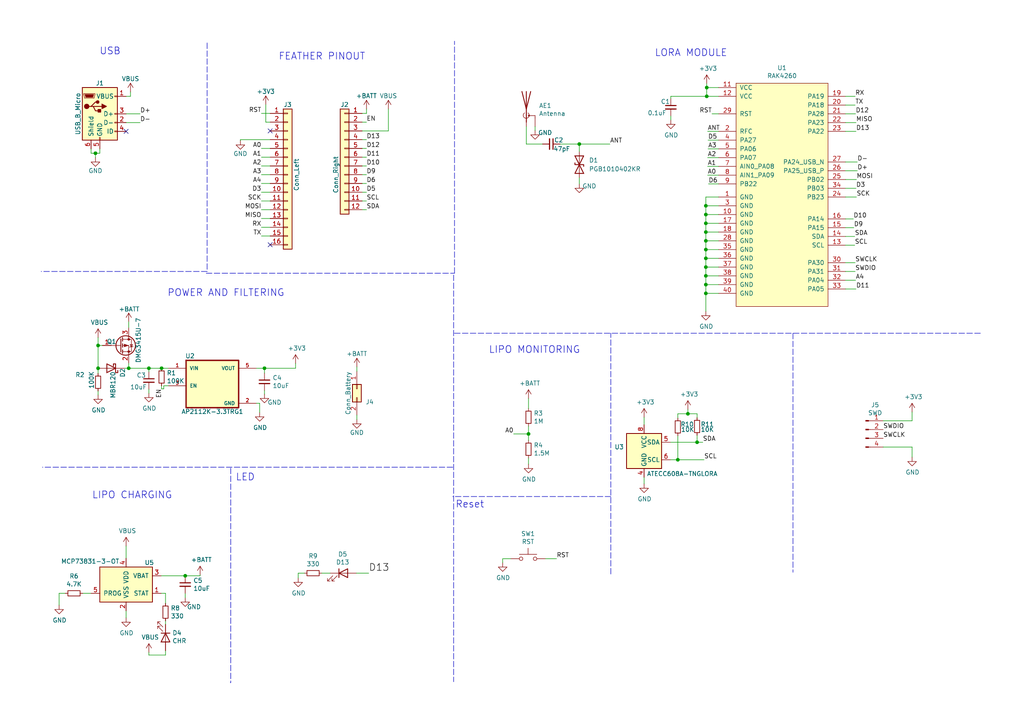
<source format=kicad_sch>
(kicad_sch (version 20211123) (generator eeschema)
  (paper "A4")
  (title_block (title "Bast WAN") (date "2020-09-11") (rev "2.0v") (company "Electronic Cats") (comment 3 "Eduardo Contreras") (comment 4 "Andres Sabas"))
  (lib_symbols
    (symbol "Bast_WAN-rescue:AP2112K-3.3TRG1-electroniccats" (pin_names (offset 1.016))
      (property "Reference" "U" (at -7.6708 8.6614 0))
      (property "Value" "AP2112K-3.3TRG1-electroniccats" (at -7.6454 -11.6586 0))
      (symbol "AP2112K-3.3TRG1-electroniccats_0_0"
        (rectangle (start -7.62 7.366) (end 7.62 -6.35) (stroke (width 0.4064)) (fill (type background)))
        (pin power_in line (at -12.7 5.08 0) (length 5.08) (name "VIN") (number "1"))
        (pin power_in line (at 12.7 -5.08 180) (length 5.08) (name "GND") (number "2"))
        (pin input line (at -12.7 0 0) (length 5.08) (name "EN") (number "3"))
        (pin power_in line (at 12.7 5.08 180) (length 5.08) (name "VOUT") (number "5"))
      )
    )
    (symbol "Bast_WAN-rescue:ATECC608A-SSHDA-Security"
      (property "Reference" "U" (at 3.81 6.35 0))
      (property "Value" "ATECC608A-SSHDA-Security" (at 10.16 -6.35 0))
      (symbol "ATECC608A-SSHDA-Security_0_1"
        (rectangle (start -5.08 5.08) (end 5.08 -5.08) (stroke (width 0.254)) (fill (type background)))
      )
      (symbol "ATECC608A-SSHDA-Security_1_1"
        (pin power_in line (at 0 -7.62 90) (length 2.54) (name "GND") (number "4"))
        (pin bidirectional line (at 7.62 2.54 180) (length 2.54) (name "SDA") (number "5"))
        (pin input line (at 7.62 -2.54 180) (length 2.54) (name "SCL") (number "6"))
        (pin power_in line (at 0 7.62 270) (length 2.54) (name "VCC") (number "8"))
      )
    )
    (symbol "Bast_WAN-rescue:DMG2301L-Transistor_FET" (pin_names (offset 0) hide)
      (property "Reference" "Q" (at 5.08 1.905 0))
      (property "Value" "DMG2301L-Transistor_FET" (at 5.08 0 0))
      (symbol "DMG2301L-Transistor_FET_0_1"
        (polyline (pts (xy -2.54 0) (xy 0.254 0)))
        (polyline (pts (xy 0.762 -1.778) (xy 2.54 -1.778)))
        (polyline (pts (xy 0.762 -1.27) (xy 0.762 -2.286)) (stroke (width 0.254)))
        (polyline (pts (xy 0.762 0) (xy 2.54 0)))
        (polyline (pts (xy 0.762 0.508) (xy 0.762 -0.508)) (stroke (width 0.254)))
        (polyline (pts (xy 0.762 1.778) (xy 2.54 1.778)))
        (polyline (pts (xy 0.762 2.286) (xy 0.762 1.27)) (stroke (width 0.254)))
        (polyline (pts (xy 2.54 -1.778) (xy 2.54 -2.54)))
        (polyline (pts (xy 2.54 -1.778) (xy 2.54 0)))
        (polyline (pts (xy 2.54 2.54) (xy 2.54 1.778)))
        (polyline (pts (xy 0.254 1.905) (xy 0.254 -1.905) (xy 0.254 -1.905)) (stroke (width 0.254)))
        (polyline (pts (xy 2.286 0) (xy 1.27 -0.381) (xy 1.27 0.381) (xy 2.286 0)) (fill (type outline)))
        (polyline (pts (xy 2.54 -1.778) (xy 3.302 -1.778) (xy 3.302 1.778) (xy 2.54 1.778)))
        (polyline (pts (xy 2.794 -0.508) (xy 2.921 -0.381) (xy 3.683 -0.381) (xy 3.81 -0.254)))
        (polyline (pts (xy 3.302 -0.381) (xy 2.921 0.254) (xy 3.683 0.254) (xy 3.302 -0.381)))
        (circle (center 1.651 0) (radius 2.8194) (stroke (width 0.254)))
        (circle (center 2.54 -1.778) (radius 0.2794) (fill (type outline)))
        (circle (center 2.54 1.778) (radius 0.2794) (fill (type outline)))
      )
      (symbol "DMG2301L-Transistor_FET_1_1"
        (pin input line (at -5.08 0 0) (length 2.54) (name "G") (number "1"))
        (pin passive line (at 2.54 -5.08 90) (length 2.54) (name "S") (number "2"))
        (pin passive line (at 2.54 5.08 270) (length 2.54) (name "D") (number "3"))
      )
    )
    (symbol "Bast_WAN-rescue:RAK4260-electroniccats" (pin_names (offset 1.016))
      (property "Reference" "U" (at 11.43 6.35 0))
      (property "Value" "RAK4260-electroniccats" (at -7.62 6.35 0))
      (symbol "RAK4260-electroniccats_0_1"
        (rectangle (start -12.7 5.08) (end 13.97 -59.69) (fill (type background)))
      )
      (symbol "RAK4260-electroniccats_1_1"
        (pin input line (at -17.78 -27.94 0) (length 5.08) (name "GND") (number "1"))
        (pin input line (at -17.78 -33.02 0) (length 5.08) (name "GND") (number "10"))
        (pin input line (at -17.78 3.81 0) (length 5.08) (name "VCC") (number "11"))
        (pin input line (at -17.78 1.27 0) (length 5.08) (name "VCC") (number "12"))
        (pin input line (at 19.05 -41.91 180) (length 5.08) (name "SCL") (number "13"))
        (pin input line (at 19.05 -39.37 180) (length 5.08) (name "SDA") (number "14"))
        (pin input line (at 19.05 -36.83 180) (length 5.08) (name "PA15") (number "15"))
        (pin input line (at 19.05 -34.29 180) (length 5.08) (name "PA14") (number "16"))
        (pin input line (at -17.78 -35.56 0) (length 5.08) (name "GND") (number "17"))
        (pin input line (at -17.78 -38.1 0) (length 5.08) (name "GND") (number "18"))
        (pin input line (at 19.05 1.27 180) (length 5.08) (name "PA19") (number "19"))
        (pin input line (at -17.78 -8.89 0) (length 5.08) (name "RFC") (number "2"))
        (pin input line (at 19.05 -1.27 180) (length 5.08) (name "PA18") (number "20"))
        (pin input line (at 19.05 -3.81 180) (length 5.08) (name "PA28") (number "21"))
        (pin input line (at 19.05 -6.35 180) (length 5.08) (name "PA23") (number "22"))
        (pin input line (at 19.05 -8.89 180) (length 5.08) (name "PA22") (number "23"))
        (pin input line (at 19.05 -27.94 180) (length 5.08) (name "PB23") (number "24"))
        (pin input line (at 19.05 -22.86 180) (length 5.08) (name "PB02") (number "25"))
        (pin input line (at 19.05 -20.32 180) (length 5.08) (name "PA25_USB_P") (number "26"))
        (pin input line (at 19.05 -17.78 180) (length 5.08) (name "PA24_USB_N") (number "27"))
        (pin input line (at -17.78 -40.64 0) (length 5.08) (name "GND") (number "28"))
        (pin input line (at -17.78 -3.81 0) (length 5.08) (name "RST") (number "29"))
        (pin input line (at -17.78 -30.48 0) (length 5.08) (name "GND") (number "3"))
        (pin input line (at 19.05 -46.99 180) (length 5.08) (name "PA30") (number "30"))
        (pin input line (at 19.05 -49.53 180) (length 5.08) (name "PA31") (number "31"))
        (pin input line (at 19.05 -52.07 180) (length 5.08) (name "PA04") (number "32"))
        (pin input line (at 19.05 -54.61 180) (length 5.08) (name "PA05") (number "33"))
        (pin input line (at 19.05 -25.4 180) (length 5.08) (name "PB03") (number "34"))
        (pin input line (at -17.78 -43.18 0) (length 5.08) (name "GND") (number "35"))
        (pin input line (at -17.78 -45.72 0) (length 5.08) (name "GND") (number "36"))
        (pin input line (at -17.78 -48.26 0) (length 5.08) (name "GND") (number "37"))
        (pin input line (at -17.78 -50.8 0) (length 5.08) (name "GND") (number "38"))
        (pin input line (at -17.78 -53.34 0) (length 5.08) (name "GND") (number "39"))
        (pin input line (at -17.78 -11.43 0) (length 5.08) (name "PA27") (number "4"))
        (pin input line (at -17.78 -55.88 0) (length 5.08) (name "GND") (number "40"))
        (pin input line (at -17.78 -13.97 0) (length 5.08) (name "PA06") (number "5"))
        (pin input line (at -17.78 -16.51 0) (length 5.08) (name "PA07") (number "6"))
        (pin input line (at -17.78 -19.05 0) (length 5.08) (name "AIN0_PA08") (number "7"))
        (pin input line (at -17.78 -21.59 0) (length 5.08) (name "AIN1_PA09") (number "8"))
        (pin input line (at -17.78 -24.13 0) (length 5.08) (name "PB22") (number "9"))
      )
    )
    (symbol "Battery_Management:MCP73831-3-OT" (pin_names (offset 1.016))
      (property "Reference" "U" (at -7.62 6.35 0))
      (property "Value" "MCP73831-3-OT" (at 1.27 6.35 0))
      (symbol "MCP73831-3-OT_0_1"
        (rectangle (start -7.62 5.08) (end 7.62 -5.08) (stroke (width 0.254)) (fill (type background)))
      )
      (symbol "MCP73831-3-OT_1_1"
        (pin output line (at 10.16 -2.54 180) (length 2.54) (name "STAT") (number "1"))
        (pin power_in line (at 0 -7.62 90) (length 2.54) (name "VSS") (number "2"))
        (pin power_out line (at 10.16 2.54 180) (length 2.54) (name "VBAT") (number "3"))
        (pin power_in line (at 0 7.62 270) (length 2.54) (name "VDD") (number "4"))
        (pin input line (at -10.16 -2.54 0) (length 2.54) (name "PROG") (number "5"))
      )
    )
    (symbol "Connector:Conn_01x04_Male" (pin_names (offset 1.016) hide)
      (property "Reference" "J" (at 0 5.08 0))
      (property "Value" "Conn_01x04_Male" (at 0 -7.62 0))
      (symbol "Conn_01x04_Male_1_1"
        (polyline (pts (xy 1.27 -5.08) (xy 0.8636 -5.08)) (stroke (width 0.1524)))
        (polyline (pts (xy 1.27 -2.54) (xy 0.8636 -2.54)) (stroke (width 0.1524)))
        (polyline (pts (xy 1.27 0) (xy 0.8636 0)) (stroke (width 0.1524)))
        (polyline (pts (xy 1.27 2.54) (xy 0.8636 2.54)) (stroke (width 0.1524)))
        (rectangle (start 0.8636 -4.953) (end 0 -5.207) (stroke (width 0.1524)) (fill (type outline)))
        (rectangle (start 0.8636 -2.413) (end 0 -2.667) (stroke (width 0.1524)) (fill (type outline)))
        (rectangle (start 0.8636 0.127) (end 0 -0.127) (stroke (width 0.1524)) (fill (type outline)))
        (rectangle (start 0.8636 2.667) (end 0 2.413) (stroke (width 0.1524)) (fill (type outline)))
        (pin passive line (at 5.08 2.54 180) (length 3.81) (name "Pin_1") (number "1"))
        (pin passive line (at 5.08 0 180) (length 3.81) (name "Pin_2") (number "2"))
        (pin passive line (at 5.08 -2.54 180) (length 3.81) (name "Pin_3") (number "3"))
        (pin passive line (at 5.08 -5.08 180) (length 3.81) (name "Pin_4") (number "4"))
      )
    )
    (symbol "Connector:USB_B_Micro" (pin_names (offset 1.016))
      (property "Reference" "J" (at -5.08 11.43 0))
      (property "Value" "USB_B_Micro" (at -5.08 8.89 0))
      (symbol "USB_B_Micro_0_1"
        (rectangle (start -5.08 -7.62) (end 5.08 7.62) (stroke (width 0.254)) (fill (type background)))
        (circle (center -3.81 2.159) (radius 0.635) (stroke (width 0.254)) (fill (type outline)))
        (circle (center -0.635 3.429) (radius 0.381) (stroke (width 0.254)) (fill (type outline)))
        (rectangle (start -0.127 -7.62) (end 0.127 -6.858))
        (polyline (pts (xy -1.905 2.159) (xy 0.635 2.159)) (stroke (width 0.254)))
        (polyline (pts (xy -3.175 2.159) (xy -2.54 2.159) (xy -1.27 3.429) (xy -0.635 3.429)) (stroke (width 0.254)))
        (polyline (pts (xy -2.54 2.159) (xy -1.905 2.159) (xy -1.27 0.889) (xy 0 0.889)) (stroke (width 0.254)))
        (polyline (pts (xy 0.635 2.794) (xy 0.635 1.524) (xy 1.905 2.159) (xy 0.635 2.794)) (stroke (width 0.254)) (fill (type outline)))
        (polyline (pts (xy -4.318 5.588) (xy -1.778 5.588) (xy -2.032 4.826) (xy -4.064 4.826) (xy -4.318 5.588)) (fill (type outline)))
        (polyline (pts (xy -4.699 5.842) (xy -4.699 5.588) (xy -4.445 4.826) (xy -4.445 4.572) (xy -1.651 4.572) (xy -1.651 4.826) (xy -1.397 5.588) (xy -1.397 5.842) (xy -4.699 5.842)))
        (rectangle (start 0.254 1.27) (end -0.508 0.508) (stroke (width 0.254)) (fill (type outline)))
        (rectangle (start 5.08 -5.207) (end 4.318 -4.953))
        (rectangle (start 5.08 -2.667) (end 4.318 -2.413))
        (rectangle (start 5.08 -0.127) (end 4.318 0.127))
        (rectangle (start 5.08 4.953) (end 4.318 5.207))
      )
      (symbol "USB_B_Micro_1_1"
        (pin power_out line (at 7.62 5.08 180) (length 2.54) (name "VBUS") (number "1"))
        (pin bidirectional line (at 7.62 -2.54 180) (length 2.54) (name "D-") (number "2"))
        (pin bidirectional line (at 7.62 0 180) (length 2.54) (name "D+") (number "3"))
        (pin passive line (at 7.62 -5.08 180) (length 2.54) (name "ID") (number "4"))
        (pin power_out line (at 0 -10.16 90) (length 2.54) (name "GND") (number "5"))
        (pin passive line (at -2.54 -10.16 90) (length 2.54) (name "Shield") (number "6"))
      )
    )
    (symbol "Connector_Generic:Conn_01x12" (pin_names (offset 1.016) hide)
      (property "Reference" "J" (at 0 15.24 0))
      (property "Value" "Conn_01x12" (at 0 -17.78 0))
      (symbol "Conn_01x12_1_1"
        (rectangle (start -1.27 -15.113) (end 0 -15.367) (stroke (width 0.1524)))
        (rectangle (start -1.27 -12.573) (end 0 -12.827) (stroke (width 0.1524)))
        (rectangle (start -1.27 -10.033) (end 0 -10.287) (stroke (width 0.1524)))
        (rectangle (start -1.27 -7.493) (end 0 -7.747) (stroke (width 0.1524)))
        (rectangle (start -1.27 -4.953) (end 0 -5.207) (stroke (width 0.1524)))
        (rectangle (start -1.27 -2.413) (end 0 -2.667) (stroke (width 0.1524)))
        (rectangle (start -1.27 0.127) (end 0 -0.127) (stroke (width 0.1524)))
        (rectangle (start -1.27 2.667) (end 0 2.413) (stroke (width 0.1524)))
        (rectangle (start -1.27 5.207) (end 0 4.953) (stroke (width 0.1524)))
        (rectangle (start -1.27 7.747) (end 0 7.493) (stroke (width 0.1524)))
        (rectangle (start -1.27 10.287) (end 0 10.033) (stroke (width 0.1524)))
        (rectangle (start -1.27 12.827) (end 0 12.573) (stroke (width 0.1524)))
        (rectangle (start -1.27 13.97) (end 1.27 -16.51) (stroke (width 0.254)) (fill (type background)))
        (pin passive line (at -5.08 12.7 0) (length 3.81) (name "Pin_1") (number "1"))
        (pin passive line (at -5.08 -10.16 0) (length 3.81) (name "Pin_10") (number "10"))
        (pin passive line (at -5.08 -12.7 0) (length 3.81) (name "Pin_11") (number "11"))
        (pin passive line (at -5.08 -15.24 0) (length 3.81) (name "Pin_12") (number "12"))
        (pin passive line (at -5.08 10.16 0) (length 3.81) (name "Pin_2") (number "2"))
        (pin passive line (at -5.08 7.62 0) (length 3.81) (name "Pin_3") (number "3"))
        (pin passive line (at -5.08 5.08 0) (length 3.81) (name "Pin_4") (number "4"))
        (pin passive line (at -5.08 2.54 0) (length 3.81) (name "Pin_5") (number "5"))
        (pin passive line (at -5.08 0 0) (length 3.81) (name "Pin_6") (number "6"))
        (pin passive line (at -5.08 -2.54 0) (length 3.81) (name "Pin_7") (number "7"))
        (pin passive line (at -5.08 -5.08 0) (length 3.81) (name "Pin_8") (number "8"))
        (pin passive line (at -5.08 -7.62 0) (length 3.81) (name "Pin_9") (number "9"))
      )
    )
    (symbol "Connector_Generic:Conn_01x16" (pin_names (offset 1.016) hide)
      (property "Reference" "J" (at 0 20.32 0))
      (property "Value" "Conn_01x16" (at 0 -22.86 0))
      (symbol "Conn_01x16_1_1"
        (rectangle (start -1.27 -20.193) (end 0 -20.447) (stroke (width 0.1524)))
        (rectangle (start -1.27 -17.653) (end 0 -17.907) (stroke (width 0.1524)))
        (rectangle (start -1.27 -15.113) (end 0 -15.367) (stroke (width 0.1524)))
        (rectangle (start -1.27 -12.573) (end 0 -12.827) (stroke (width 0.1524)))
        (rectangle (start -1.27 -10.033) (end 0 -10.287) (stroke (width 0.1524)))
        (rectangle (start -1.27 -7.493) (end 0 -7.747) (stroke (width 0.1524)))
        (rectangle (start -1.27 -4.953) (end 0 -5.207) (stroke (width 0.1524)))
        (rectangle (start -1.27 -2.413) (end 0 -2.667) (stroke (width 0.1524)))
        (rectangle (start -1.27 0.127) (end 0 -0.127) (stroke (width 0.1524)))
        (rectangle (start -1.27 2.667) (end 0 2.413) (stroke (width 0.1524)))
        (rectangle (start -1.27 5.207) (end 0 4.953) (stroke (width 0.1524)))
        (rectangle (start -1.27 7.747) (end 0 7.493) (stroke (width 0.1524)))
        (rectangle (start -1.27 10.287) (end 0 10.033) (stroke (width 0.1524)))
        (rectangle (start -1.27 12.827) (end 0 12.573) (stroke (width 0.1524)))
        (rectangle (start -1.27 15.367) (end 0 15.113) (stroke (width 0.1524)))
        (rectangle (start -1.27 17.907) (end 0 17.653) (stroke (width 0.1524)))
        (rectangle (start -1.27 19.05) (end 1.27 -21.59) (stroke (width 0.254)) (fill (type background)))
        (pin passive line (at -5.08 17.78 0) (length 3.81) (name "Pin_1") (number "1"))
        (pin passive line (at -5.08 -5.08 0) (length 3.81) (name "Pin_10") (number "10"))
        (pin passive line (at -5.08 -7.62 0) (length 3.81) (name "Pin_11") (number "11"))
        (pin passive line (at -5.08 -10.16 0) (length 3.81) (name "Pin_12") (number "12"))
        (pin passive line (at -5.08 -12.7 0) (length 3.81) (name "Pin_13") (number "13"))
        (pin passive line (at -5.08 -15.24 0) (length 3.81) (name "Pin_14") (number "14"))
        (pin passive line (at -5.08 -17.78 0) (length 3.81) (name "Pin_15") (number "15"))
        (pin passive line (at -5.08 -20.32 0) (length 3.81) (name "Pin_16") (number "16"))
        (pin passive line (at -5.08 15.24 0) (length 3.81) (name "Pin_2") (number "2"))
        (pin passive line (at -5.08 12.7 0) (length 3.81) (name "Pin_3") (number "3"))
        (pin passive line (at -5.08 10.16 0) (length 3.81) (name "Pin_4") (number "4"))
        (pin passive line (at -5.08 7.62 0) (length 3.81) (name "Pin_5") (number "5"))
        (pin passive line (at -5.08 5.08 0) (length 3.81) (name "Pin_6") (number "6"))
        (pin passive line (at -5.08 2.54 0) (length 3.81) (name "Pin_7") (number "7"))
        (pin passive line (at -5.08 0 0) (length 3.81) (name "Pin_8") (number "8"))
        (pin passive line (at -5.08 -2.54 0) (length 3.81) (name "Pin_9") (number "9"))
      )
    )
    (symbol "Connector_Generic:Conn_02x01" (pin_names (offset 1.016) hide)
      (property "Reference" "J" (at 1.27 2.54 0))
      (property "Value" "Conn_02x01" (at 1.27 -2.54 0))
      (symbol "Conn_02x01_1_1"
        (rectangle (start -1.27 0.127) (end 0 -0.127) (stroke (width 0.1524)))
        (rectangle (start -1.27 1.27) (end 3.81 -1.27) (stroke (width 0.254)) (fill (type background)))
        (rectangle (start 3.81 0.127) (end 2.54 -0.127) (stroke (width 0.1524)))
        (pin passive line (at -5.08 0 0) (length 3.81) (name "Pin_1") (number "1"))
        (pin passive line (at 7.62 0 180) (length 3.81) (name "Pin_2") (number "2"))
      )
    )
    (symbol "Device:Antenna_Shield" (pin_numbers hide) (pin_names (offset 1.016) hide)
      (property "Reference" "AE" (at -1.905 4.445 0))
      (property "Value" "Antenna_Shield" (at -1.905 2.54 0))
      (symbol "Antenna_Shield_0_1"
        (arc (start -0.508 -1.143) (mid -0.8429 -2.1194) (end 0 -2.667))
        (arc (start 0 -2.667) (mid 0.7989 -2.1052) (end 0.508 -1.143))
        (polyline (pts (xy 0 -2.54) (xy 0 0)))
        (polyline (pts (xy 0 5.08) (xy 0 -3.81)) (stroke (width 0.254)))
        (polyline (pts (xy 0.762 -1.905) (xy 2.54 -1.905)))
        (polyline (pts (xy 2.54 -2.54) (xy 2.54 -1.905)))
        (polyline (pts (xy 1.27 5.08) (xy 0 0) (xy -1.27 5.08)) (stroke (width 0.254)))
        (circle (center 0.762 -1.905) (radius 0.1778) (fill (type outline)))
      )
      (symbol "Antenna_Shield_1_1"
        (pin input line (at 0 -5.08 90) (length 2.54) (name "A") (number "1"))
        (pin input line (at 2.54 -5.08 90) (length 2.54) (name "Shield") (number "2"))
      )
    )
    (symbol "Device:C_Small" (pin_numbers hide) (pin_names (offset 0.254) hide)
      (property "Reference" "C" (at 0.254 1.778 0))
      (property "Value" "C_Small" (at 0.254 -2.032 0))
      (symbol "C_Small_0_1"
        (polyline (pts (xy -1.524 -0.508) (xy 1.524 -0.508)) (stroke (width 0.3302)))
        (polyline (pts (xy -1.524 0.508) (xy 1.524 0.508)) (stroke (width 0.3048)))
      )
      (symbol "C_Small_1_1"
        (pin passive line (at 0 2.54 270) (length 2.032) (name "~") (number "1"))
        (pin passive line (at 0 -2.54 90) (length 2.032) (name "~") (number "2"))
      )
    )
    (symbol "Device:LED" (pin_numbers hide) (pin_names (offset 1.016) hide)
      (property "Reference" "D" (at 0 2.54 0))
      (property "Value" "LED" (at 0 -2.54 0))
      (symbol "LED_0_1"
        (polyline (pts (xy -1.27 -1.27) (xy -1.27 1.27)) (stroke (width 0.254)))
        (polyline (pts (xy -1.27 0) (xy 1.27 0)))
        (polyline (pts (xy 1.27 -1.27) (xy 1.27 1.27) (xy -1.27 0) (xy 1.27 -1.27)) (stroke (width 0.254)))
        (polyline (pts (xy -3.048 -0.762) (xy -4.572 -2.286) (xy -3.81 -2.286) (xy -4.572 -2.286) (xy -4.572 -1.524)))
        (polyline (pts (xy -1.778 -0.762) (xy -3.302 -2.286) (xy -2.54 -2.286) (xy -3.302 -2.286) (xy -3.302 -1.524)))
      )
      (symbol "LED_1_1"
        (pin passive line (at -3.81 0 0) (length 2.54) (name "K") (number "1"))
        (pin passive line (at 3.81 0 180) (length 2.54) (name "A") (number "2"))
      )
    )
    (symbol "Device:R_Small" (pin_numbers hide) (pin_names (offset 0.254) hide)
      (property "Reference" "R" (at 0.762 0.508 0))
      (property "Value" "R_Small" (at 0.762 -1.016 0))
      (symbol "R_Small_0_1"
        (rectangle (start -0.762 1.778) (end 0.762 -1.778) (stroke (width 0.2032)))
      )
      (symbol "R_Small_1_1"
        (pin passive line (at 0 2.54 270) (length 0.762) (name "~") (number "1"))
        (pin passive line (at 0 -2.54 90) (length 0.762) (name "~") (number "2"))
      )
    )
    (symbol "Diode:1N62xxCA" (pin_numbers hide) (pin_names (offset 1.016) hide)
      (property "Reference" "D" (at 0 2.54 0))
      (property "Value" "1N62xxCA" (at 0 -2.54 0))
      (symbol "1N62xxCA_0_1"
        (polyline (pts (xy 1.27 0) (xy -1.27 0)))
        (polyline (pts (xy -2.54 -1.27) (xy 0 0) (xy -2.54 1.27) (xy -2.54 -1.27)) (stroke (width 0.254)))
        (polyline (pts (xy 0.508 1.27) (xy 0 1.27) (xy 0 -1.27) (xy -0.508 -1.27)) (stroke (width 0.254)))
        (polyline (pts (xy 2.54 1.27) (xy 2.54 -1.27) (xy 0 0) (xy 2.54 1.27)) (stroke (width 0.254)))
      )
      (symbol "1N62xxCA_1_1"
        (pin passive line (at -3.81 0 0) (length 2.54) (name "A1") (number "1"))
        (pin passive line (at 3.81 0 180) (length 2.54) (name "A2") (number "2"))
      )
    )
    (symbol "Diode:MBR340" (pin_numbers hide) (pin_names (offset 1.016) hide)
      (property "Reference" "D" (at 0 2.54 0))
      (property "Value" "MBR340" (at 0 -2.54 0))
      (symbol "MBR340_0_1"
        (polyline (pts (xy 1.27 0) (xy -1.27 0)))
        (polyline (pts (xy 1.27 1.27) (xy 1.27 -1.27) (xy -1.27 0) (xy 1.27 1.27)) (stroke (width 0.254)))
        (polyline (pts (xy -1.905 0.635) (xy -1.905 1.27) (xy -1.27 1.27) (xy -1.27 -1.27) (xy -0.635 -1.27) (xy -0.635 -0.635)) (stroke (width 0.254)))
      )
      (symbol "MBR340_1_1"
        (pin passive line (at -3.81 0 0) (length 2.54) (name "K") (number "1"))
        (pin passive line (at 3.81 0 180) (length 2.54) (name "A") (number "2"))
      )
    )
    (symbol "Switch:SW_Push" (pin_numbers hide) (pin_names (offset 1.016) hide)
      (property "Reference" "SW" (at 1.27 2.54 0))
      (property "Value" "SW_Push" (at 0 -1.524 0))
      (symbol "SW_Push_0_1"
        (circle (center -2.032 0) (radius 0.508))
        (polyline (pts (xy 0 1.27) (xy 0 3.048)))
        (polyline (pts (xy 2.54 1.27) (xy -2.54 1.27)))
        (circle (center 2.032 0) (radius 0.508))
        (pin passive line (at -5.08 0 0) (length 2.54) (name "1") (number "1"))
        (pin passive line (at 5.08 0 180) (length 2.54) (name "2") (number "2"))
      )
    )
    (symbol "power:+3.3V" (power) (pin_names (offset 0))
      (property "Value" "+3.3V" (at 0 3.556 0))
      (symbol "+3.3V_0_1"
        (polyline (pts (xy -0.762 1.27) (xy 0 2.54)))
        (polyline (pts (xy 0 0) (xy 0 2.54)))
        (polyline (pts (xy 0 2.54) (xy 0.762 1.27)))
      )
      (symbol "+3.3V_1_1"
        (pin power_in line (at 0 0 90) (length 0) hide (name "+3V3") (number "1"))
      )
    )
    (symbol "power:+3V3" (power) (pin_names (offset 0))
      (property "Value" "+3V3" (at 0 3.556 0))
      (symbol "+3V3_0_1"
        (polyline (pts (xy -0.762 1.27) (xy 0 2.54)))
        (polyline (pts (xy 0 0) (xy 0 2.54)))
        (polyline (pts (xy 0 2.54) (xy 0.762 1.27)))
      )
      (symbol "+3V3_1_1"
        (pin power_in line (at 0 0 90) (length 0) hide (name "+3V3") (number "1"))
      )
    )
    (symbol "power:+BATT" (power) (pin_names (offset 0))
      (property "Value" "+BATT" (at 0 3.556 0))
      (symbol "+BATT_0_1"
        (polyline (pts (xy -0.762 1.27) (xy 0 2.54)))
        (polyline (pts (xy 0 0) (xy 0 2.54)))
        (polyline (pts (xy 0 2.54) (xy 0.762 1.27)))
      )
      (symbol "+BATT_1_1"
        (pin power_in line (at 0 0 90) (length 0) hide (name "+BATT") (number "1"))
      )
    )
    (symbol "power:GND" (power) (pin_names (offset 0))
      (property "Value" "GND" (at 0 -3.81 0))
      (symbol "GND_0_1"
        (polyline (pts (xy 0 0) (xy 0 -1.27) (xy 1.27 -1.27) (xy 0 -2.54) (xy -1.27 -1.27) (xy 0 -1.27)))
      )
      (symbol "GND_1_1"
        (pin power_in line (at 0 0 270) (length 0) hide (name "GND") (number "1"))
      )
    )
    (symbol "power:VBUS" (power) (pin_names (offset 0))
      (property "Value" "VBUS" (at 0 3.81 0))
      (symbol "VBUS_0_1"
        (polyline (pts (xy -0.762 1.27) (xy 0 2.54)))
        (polyline (pts (xy 0 0) (xy 0 2.54)))
        (polyline (pts (xy 0 2.54) (xy 0.762 1.27)))
      )
      (symbol "VBUS_1_1"
        (pin power_in line (at 0 0 90) (length 0) hide (name "VBUS") (number "1"))
      )
    )
  )
  (junction (at 153.289 125.857))
  (junction (at 204.724 59.69))
  (junction (at 204.724 77.47))
  (junction (at 204.724 72.39))
  (junction (at 168.021 41.783))
  (junction (at 53.721 167.005))
  (junction (at 37.338 106.807))
  (junction (at 199.517 120.015))
  (junction (at 27.686 44.45))
  (junction (at 196.596 133.35))
  (junction (at 28.448 106.807))
  (junction (at 204.724 74.93))
  (junction (at 43.18 106.807))
  (junction (at 76.708 106.807))
  (junction (at 204.978 27.94))
  (junction (at 204.724 82.55))
  (junction (at 28.448 100.203))
  (junction (at 204.724 64.77))
  (junction (at 204.724 80.01))
  (junction (at 204.724 69.85))
  (junction (at 204.724 85.09))
  (junction (at 204.978 25.4))
  (junction (at 204.724 62.23))
  (junction (at 46.863 106.807))
  (junction (at 202.184 128.27))
  (junction (at 204.724 67.31))
  (no_connect (at 36.576 38.1))
  (no_connect (at 78.359 37.973))
  (no_connect (at 78.359 70.993))
  (wire (pts (xy 105.029 58.293) (xy 106.299 58.293)))
  (wire (pts (xy 208.407 45.72) (xy 205.232 45.72)))
  (wire (pts (xy 208.407 69.85) (xy 204.724 69.85)))
  (polyline (pts (xy 131.318 135.509) (xy 12.319 135.509)))
  (wire (pts (xy 245.237 63.5) (xy 247.523 63.5)))
  (wire (pts (xy 106.299 32.893) (xy 106.299 31.623)))
  (wire (pts (xy 208.407 50.8) (xy 205.232 50.8)))
  (wire (pts (xy 204.724 72.39) (xy 204.724 74.93)))
  (wire (pts (xy 78.359 63.373) (xy 75.819 63.373)))
  (wire (pts (xy 148.082 162.052) (xy 145.796 162.052)))
  (wire (pts (xy 78.359 58.293) (xy 75.819 58.293)))
  (wire (pts (xy 204.978 25.4) (xy 204.978 24.257)))
  (polyline (pts (xy 177.165 144.018) (xy 131.318 144.018)))
  (wire (pts (xy 208.407 38.1) (xy 205.232 38.1)))
  (wire (pts (xy 208.407 25.4) (xy 204.978 25.4)))
  (wire (pts (xy 29.718 100.203) (xy 28.448 100.203)))
  (wire (pts (xy 245.237 49.53) (xy 248.666 49.53)))
  (wire (pts (xy 204.724 77.47) (xy 204.724 80.01)))
  (wire (pts (xy 204.724 62.23) (xy 204.724 64.77)))
  (wire (pts (xy 76.708 113.284) (xy 76.708 114.3)))
  (wire (pts (xy 245.237 35.56) (xy 248.285 35.56)))
  (wire (pts (xy 36.576 177.165) (xy 36.576 179.197)))
  (wire (pts (xy 196.596 133.35) (xy 204.216 133.35)))
  (wire (pts (xy 204.724 82.55) (xy 204.724 85.09)))
  (wire (pts (xy 26.416 44.45) (xy 26.416 43.18)))
  (wire (pts (xy 28.448 106.807) (xy 28.448 108.331)))
  (wire (pts (xy 85.725 106.807) (xy 85.725 105.41)))
  (wire (pts (xy 245.237 78.74) (xy 248.031 78.74)))
  (wire (pts (xy 78.359 35.433) (xy 77.089 35.433)))
  (wire (pts (xy 112.649 31.623) (xy 112.649 37.973)))
  (wire (pts (xy 245.237 33.02) (xy 248.158 33.02)))
  (wire (pts (xy 78.359 65.913) (xy 75.819 65.913)))
  (wire (pts (xy 78.359 48.133) (xy 75.819 48.133)))
  (wire (pts (xy 153.289 132.842) (xy 153.289 134.62)))
  (wire (pts (xy 105.029 53.213) (xy 106.299 53.213)))
  (wire (pts (xy 202.184 128.27) (xy 203.835 128.27)))
  (wire (pts (xy 37.338 95.123) (xy 37.338 93.345)))
  (wire (pts (xy 103.378 166.243) (xy 106.934 166.243)))
  (wire (pts (xy 264.541 122.047) (xy 256.159 122.047)))
  (wire (pts (xy 78.359 55.753) (xy 75.819 55.753)))
  (wire (pts (xy 158.242 162.052) (xy 161.417 162.052)))
  (wire (pts (xy 86.487 166.243) (xy 86.487 167.64)))
  (wire (pts (xy 194.437 128.27) (xy 202.184 128.27)))
  (wire (pts (xy 194.437 133.35) (xy 196.596 133.35)))
  (wire (pts (xy 264.541 132.588) (xy 264.541 129.667)))
  (wire (pts (xy 78.359 45.593) (xy 75.819 45.593)))
  (wire (pts (xy 27.686 44.45) (xy 26.416 44.45)))
  (wire (pts (xy 208.407 72.39) (xy 204.724 72.39)))
  (wire (pts (xy 245.237 66.04) (xy 247.65 66.04)))
  (wire (pts (xy 168.021 51.562) (xy 168.021 53.34)))
  (wire (pts (xy 168.021 41.783) (xy 176.911 41.783)))
  (wire (pts (xy 58.039 167.005) (xy 58.039 166.751)))
  (wire (pts (xy 74.295 116.967) (xy 75.311 116.967)))
  (wire (pts (xy 208.407 62.23) (xy 204.724 62.23)))
  (wire (pts (xy 208.407 80.01) (xy 204.724 80.01)))
  (wire (pts (xy 43.18 107.823) (xy 43.18 106.807)))
  (wire (pts (xy 152.654 36.703) (xy 152.654 41.783)))
  (wire (pts (xy 77.089 30.353) (xy 77.089 35.433)))
  (wire (pts (xy 245.237 38.1) (xy 248.285 38.1)))
  (wire (pts (xy 105.029 37.973) (xy 112.649 37.973)))
  (wire (pts (xy 47.498 111.887) (xy 48.895 111.887)))
  (wire (pts (xy 46.736 167.005) (xy 53.721 167.005)))
  (wire (pts (xy 37.338 106.807) (xy 36.068 106.807)))
  (wire (pts (xy 78.359 50.673) (xy 75.819 50.673)))
  (wire (pts (xy 53.721 172.085) (xy 53.721 173.355)))
  (wire (pts (xy 36.576 27.94) (xy 37.846 27.94)))
  (wire (pts (xy 152.654 41.783) (xy 157.353 41.783)))
  (wire (pts (xy 105.029 43.053) (xy 106.299 43.053)))
  (wire (pts (xy 48.006 181.102) (xy 48.006 180.086)))
  (wire (pts (xy 48.006 189.992) (xy 43.18 189.992)))
  (wire (pts (xy 88.265 166.243) (xy 86.487 166.243)))
  (wire (pts (xy 43.18 106.807) (xy 46.863 106.807)))
  (wire (pts (xy 46.736 172.085) (xy 48.006 172.085)))
  (wire (pts (xy 153.289 127.762) (xy 153.289 125.857)))
  (wire (pts (xy 204.724 59.69) (xy 204.724 62.23)))
  (wire (pts (xy 199.517 120.015) (xy 196.596 120.015)))
  (wire (pts (xy 196.596 120.015) (xy 196.596 121.285)))
  (wire (pts (xy 27.686 44.45) (xy 27.686 45.72)))
  (wire (pts (xy 245.237 83.82) (xy 248.285 83.82)))
  (wire (pts (xy 78.359 43.053) (xy 75.819 43.053)))
  (wire (pts (xy 208.407 64.77) (xy 204.724 64.77)))
  (wire (pts (xy 264.541 129.667) (xy 256.159 129.667)))
  (wire (pts (xy 105.029 48.133) (xy 106.299 48.133)))
  (wire (pts (xy 245.237 27.94) (xy 248.031 27.94)))
  (wire (pts (xy 208.407 82.55) (xy 204.724 82.55)))
  (wire (pts (xy 69.723 40.513) (xy 78.359 40.513)))
  (wire (pts (xy 204.724 64.77) (xy 204.724 67.31)))
  (wire (pts (xy 105.029 45.593) (xy 106.299 45.593)))
  (wire (pts (xy 208.407 33.02) (xy 206.502 33.02)))
  (polyline (pts (xy 66.929 197.993) (xy 66.802 197.993)))
  (wire (pts (xy 47.498 111.887) (xy 47.498 112.776)))
  (wire (pts (xy 28.448 100.203) (xy 28.448 97.917)))
  (wire (pts (xy 202.184 120.015) (xy 199.517 120.015)))
  (wire (pts (xy 186.817 138.43) (xy 186.817 140.335)))
  (wire (pts (xy 28.956 43.18) (xy 28.956 44.45)))
  (wire (pts (xy 202.184 126.238) (xy 202.184 128.27)))
  (wire (pts (xy 204.724 85.09) (xy 204.724 90.297)))
  (wire (pts (xy 69.723 40.513) (xy 69.723 40.767)))
  (wire (pts (xy 208.407 57.15) (xy 204.724 57.15)))
  (wire (pts (xy 43.18 106.807) (xy 37.338 106.807)))
  (wire (pts (xy 47.498 112.776) (xy 46.863 112.776)))
  (wire (pts (xy 245.237 57.15) (xy 248.412 57.15)))
  (wire (pts (xy 208.407 53.34) (xy 205.486 53.34)))
  (wire (pts (xy 245.237 52.07) (xy 248.412 52.07)))
  (wire (pts (xy 78.359 32.893) (xy 75.819 32.893)))
  (wire (pts (xy 105.029 60.833) (xy 106.299 60.833)))
  (polyline (pts (xy 131.826 79.248) (xy 131.826 11.938)))
  (wire (pts (xy 43.18 112.903) (xy 43.18 114.046)))
  (wire (pts (xy 18.923 172.085) (xy 17.145 172.085)))
  (wire (pts (xy 208.407 27.94) (xy 204.978 27.94)))
  (wire (pts (xy 103.505 120.396) (xy 103.505 121.666)))
  (wire (pts (xy 245.237 54.61) (xy 248.285 54.61)))
  (wire (pts (xy 17.145 172.085) (xy 17.145 175.514)))
  (wire (pts (xy 28.956 44.45) (xy 27.686 44.45)))
  (wire (pts (xy 202.184 121.158) (xy 202.184 120.015)))
  (wire (pts (xy 153.289 118.491) (xy 153.289 115.57)))
  (wire (pts (xy 153.289 125.857) (xy 153.289 123.571)))
  (wire (pts (xy 245.237 76.2) (xy 248.031 76.2)))
  (wire (pts (xy 74.295 106.807) (xy 76.708 106.807)))
  (wire (pts (xy 78.359 60.833) (xy 75.819 60.833)))
  (wire (pts (xy 26.416 172.085) (xy 24.003 172.085)))
  (wire (pts (xy 105.029 35.433) (xy 106.299 35.433)))
  (polyline (pts (xy 177.165 166.497) (xy 177.165 96.647)))
  (wire (pts (xy 43.18 189.992) (xy 43.18 189.23)))
  (wire (pts (xy 204.724 67.31) (xy 204.724 69.85)))
  (wire (pts (xy 204.724 69.85) (xy 204.724 72.39)))
  (wire (pts (xy 36.576 161.925) (xy 36.576 158.369)))
  (wire (pts (xy 196.596 126.365) (xy 196.596 133.35)))
  (wire (pts (xy 36.576 35.56) (xy 40.64 35.56)))
  (wire (pts (xy 168.021 43.942) (xy 168.021 41.783)))
  (wire (pts (xy 48.006 172.085) (xy 48.006 175.006)))
  (wire (pts (xy 28.448 106.807) (xy 28.448 100.203)))
  (wire (pts (xy 37.338 106.807) (xy 37.338 105.283)))
  (wire (pts (xy 245.237 68.58) (xy 247.904 68.58)))
  (wire (pts (xy 75.311 116.967) (xy 75.311 119.634)))
  (wire (pts (xy 208.407 67.31) (xy 204.724 67.31)))
  (wire (pts (xy 245.237 71.12) (xy 247.904 71.12)))
  (wire (pts (xy 48.006 188.722) (xy 48.006 189.992)))
  (polyline (pts (xy 59.817 79.248) (xy 131.826 79.248)))
  (wire (pts (xy 36.576 33.02) (xy 40.64 33.02)))
  (wire (pts (xy 204.724 80.01) (xy 204.724 82.55)))
  (wire (pts (xy 264.541 119.507) (xy 264.541 122.047)))
  (wire (pts (xy 46.863 106.807) (xy 48.895 106.807)))
  (wire (pts (xy 105.029 55.753) (xy 106.299 55.753)))
  (wire (pts (xy 105.029 32.893) (xy 106.299 32.893)))
  (polyline (pts (xy 60.071 78.74) (xy 11.938 78.74)))
  (wire (pts (xy 78.359 68.453) (xy 75.819 68.453)))
  (polyline (pts (xy 66.929 135.763) (xy 66.929 197.993)))
  (wire (pts (xy 208.407 77.47) (xy 204.724 77.47)))
  (wire (pts (xy 194.564 27.94) (xy 194.564 28.575)))
  (wire (pts (xy 53.721 167.005) (xy 58.039 167.005)))
  (wire (pts (xy 162.433 41.783) (xy 168.021 41.783)))
  (wire (pts (xy 199.517 120.015) (xy 199.517 118.745)))
  (wire (pts (xy 208.407 74.93) (xy 204.724 74.93)))
  (wire (pts (xy 46.863 112.776) (xy 46.863 111.887)))
  (wire (pts (xy 103.505 107.696) (xy 103.505 106.426)))
  (polyline (pts (xy 284.353 96.647) (xy 131.572 96.647)))
  (wire (pts (xy 204.978 27.94) (xy 204.978 25.4)))
  (wire (pts (xy 105.029 40.513) (xy 106.299 40.513)))
  (wire (pts (xy 76.708 106.807) (xy 85.725 106.807)))
  (wire (pts (xy 245.237 46.99) (xy 248.666 46.99)))
  (wire (pts (xy 204.724 74.93) (xy 204.724 77.47)))
  (wire (pts (xy 145.796 162.052) (xy 145.796 163.195)))
  (wire (pts (xy 208.407 40.64) (xy 205.359 40.64)))
  (wire (pts (xy 155.194 36.703) (xy 155.194 37.846)))
  (wire (pts (xy 105.029 50.673) (xy 106.299 50.673)))
  (wire (pts (xy 37.846 27.94) (xy 37.846 26.67)))
  (wire (pts (xy 28.448 113.411) (xy 28.448 114.554)))
  (wire (pts (xy 194.564 33.655) (xy 194.564 34.798)))
  (wire (pts (xy 204.724 57.15) (xy 204.724 59.69)))
  (wire (pts (xy 186.817 123.19) (xy 186.817 121.031)))
  (wire (pts (xy 153.289 125.857) (xy 148.971 125.857)))
  (polyline (pts (xy 229.997 96.647) (xy 229.997 165.989)))
  (wire (pts (xy 95.758 166.243) (xy 93.345 166.243)))
  (wire (pts (xy 208.407 48.26) (xy 205.232 48.26)))
  (wire (pts (xy 208.407 59.69) (xy 204.724 59.69)))
  (wire (pts (xy 245.237 81.28) (xy 248.158 81.28)))
  (wire (pts (xy 204.978 27.94) (xy 194.564 27.94)))
  (polyline (pts (xy 131.572 79.756) (xy 131.572 197.739)))
  (wire (pts (xy 76.708 108.204) (xy 76.708 106.807)))
  (wire (pts (xy 208.407 43.18) (xy 205.359 43.18)))
  (wire (pts (xy 245.237 30.48) (xy 248.031 30.48)))
  (polyline (pts (xy 60.071 12.446) (xy 60.071 78.74)))
  (wire (pts (xy 78.359 53.213) (xy 75.819 53.213)))
  (wire (pts (xy 208.407 85.09) (xy 204.724 85.09)))
  (text "LORA MODULE" (at 189.865 16.637 0) (effects (font (size 2.0066 2.0066)) (justify left bottom)))
  (text "LIPO MONITORING" (at 141.732 102.743 0) (effects (font (size 2.0066 2.0066)) (justify left bottom)))
  (text "FEATHER PINOUT" (at 80.772 17.653 0) (effects (font (size 2.0066 2.0066)) (justify left bottom)))
  (text "POWER AND FILTERING" (at 48.514 86.233 0) (effects (font (size 2.0066 2.0066)) (justify left bottom)))
  (text "LIPO CHARGING" (at 26.67 144.907 0) (effects (font (size 2.0066 2.0066)) (justify left bottom)))
  (text "LED" (at 68.326 139.7 0) (effects (font (size 2.0066 2.0066)) (justify left bottom)))
  (text "USB" (at 28.829 16.129 0) (effects (font (size 2.0066 2.0066)) (justify left bottom)))
  (text "Reset" (at 132.08 147.574 0) (effects (font (size 2.0066 2.0066)) (justify left bottom)))
  (label "D+" (at 40.64 33.02 0))
  (label "RST" (at 206.502 33.02 180))
  (label "D+" (at 248.666 49.53 0))
  (label "A0" (at 205.232 50.8 0))
  (label "MISO" (at 75.819 63.373 180))
  (label "D3" (at 248.285 54.61 0))
  (label "D-" (at 40.64 35.56 0))
  (label "SWCLK" (at 256.159 127.127 0))
  (label "MOSI" (at 75.819 60.833 180))
  (label "A4" (at 75.819 53.213 180))
  (label "D-" (at 248.666 46.99 0))
  (label "SDA" (at 247.904 68.58 0))
  (label "SDA" (at 106.299 60.833 0))
  (label "A2" (at 205.232 45.72 0))
  (label "A1" (at 205.232 48.26 0))
  (label "SCL" (at 204.216 133.35 0))
  (label "RX" (at 75.819 65.913 180))
  (label "SWDIO" (at 256.159 124.587 0))
  (label "D6" (at 205.486 53.34 0))
  (label "SCK" (at 248.412 57.15 0))
  (label "D10" (at 247.523 63.5 0))
  (label "EN" (at 106.299 35.433 0))
  (label "SWDIO" (at 248.031 78.74 0))
  (label "MOSI" (at 248.412 52.07 0))
  (label "A3" (at 205.359 43.18 0))
  (label "A0" (at 148.971 125.857 180))
  (label "TX" (at 248.031 30.48 0))
  (label "ANT" (at 205.232 38.1 0))
  (label "SCL" (at 106.299 58.293 0))
  (label "D6" (at 106.299 53.213 0))
  (label "SCK" (at 75.819 58.293 180))
  (label "RX" (at 248.031 27.94 0))
  (label "D5" (at 106.299 55.753 0))
  (label "D3" (at 75.819 55.753 180))
  (label "D13" (at 248.285 38.1 0))
  (label "D9" (at 106.299 50.673 0))
  (label "D12" (at 248.158 33.02 0))
  (label "RST" (at 161.417 162.052 0))
  (label "A3" (at 75.819 50.673 180))
  (label "A2" (at 75.819 48.133 180))
  (label "A4" (at 248.158 81.28 0))
  (label "D12" (at 106.299 43.053 0))
  (label "D13" (at 106.299 40.513 0))
  (label "A0" (at 75.819 43.053 180))
  (label "TX" (at 75.819 68.453 180))
  (label "RST" (at 75.819 32.893 180))
  (label "MISO" (at 248.285 35.56 0))
  (label "D11" (at 248.285 83.82 0))
  (label "SCL" (at 247.904 71.12 0))
  (label "D13" (at 106.934 166.243 0) (effects (font (size 2.0066 2.0066))))
  (label "EN" (at 47.117 112.776 270))
  (label "D9" (at 247.65 66.04 0))
  (label "SDA" (at 203.835 128.27 0))
  (label "SWCLK" (at 248.031 76.2 0))
  (label "A1" (at 75.819 45.593 180))
  (label "D10" (at 106.299 48.133 0))
  (label "D11" (at 106.299 45.593 0))
  (label "D5" (at 205.359 40.64 0))
  (label "ANT" (at 176.911 41.783 0))
  (symbol (lib_id "Connector:USB_B_Micro") (at 28.956 33.02 0) (unit 1)
    (property "Reference" "J1" (at 28.956 24.13 0))
    (property "Value" "USB_B_Micro" (at 22.606 33.02 90))
    (property "Footprint" "Connectors:U254051N4BH806" (effects hide))
    (property "manf#" "U254-051N-4BH806" (effects hide))
  )
  (symbol (lib_id "power:GND") (at 103.505 121.666 0) (unit 1)
    (property "Reference" "#PWR023" (effects hide))
    (property "Value" "GND" (at 103.505 125.476 0))
  )
  (symbol (lib_id "power:+BATT") (at 103.505 106.426 0) (unit 1)
    (property "Reference" "#PWR016" (effects hide))
    (property "Value" "+BATT" (at 103.505 102.616 0))
  )
  (symbol (lib_id "Connector_Generic:Conn_02x01") (at 103.505 112.776 270) (unit 1)
    (property "Reference" "J4" (at 106.045 116.586 90) (effects (justify left)))
    (property "Value" "Conn_Battery" (at 100.965 114.046 0))
    (property "Footprint" "bast-wan:JST_S2B-PH-SM4-TB(LF)(SN)" (effects hide))
    (property "manf#" "-" (effects hide))
  )
  (symbol (lib_id "Connector_Generic:Conn_01x12") (at 99.949 45.593 0) (mirror y) (unit 1)
    (property "Reference" "J2" (at 99.949 30.353 0))
    (property "Value" "Conn_Right" (at 97.409 50.673 90))
    (property "Footprint" "Connector_PinSocket_2.54mm:PinSocket_1x12_P2.54mm_Vertical" (effects hide))
    (property "manf#" "-" (effects hide))
  )
  (symbol (lib_id "Connector_Generic:Conn_01x16") (at 83.439 50.673 0) (unit 1)
    (property "Reference" "J3" (at 83.439 30.353 0))
    (property "Value" "Conn_Left" (at 85.979 50.673 90))
    (property "Footprint" "Connector_PinSocket_2.54mm:PinSocket_1x16_P2.54mm_Vertical" (effects hide))
    (property "manf#" "-" (effects hide))
  )
  (symbol (lib_id "power:+BATT") (at 106.299 31.623 0) (unit 1)
    (property "Reference" "#PWR04" (effects hide))
    (property "Value" "+BATT" (at 106.299 27.813 0))
  )
  (symbol (lib_id "power:VBUS") (at 112.649 31.623 0) (unit 1)
    (property "Reference" "#PWR05" (effects hide))
    (property "Value" "VBUS" (at 112.649 27.813 0))
  )
  (symbol (lib_id "power:VBUS") (at 37.846 26.67 0) (unit 1)
    (property "Reference" "#PWR02" (effects hide))
    (property "Value" "VBUS" (at 37.846 22.86 0))
  )
  (symbol (lib_id "power:GND") (at 27.686 45.72 0) (unit 1)
    (property "Reference" "#PWR09" (effects hide))
    (property "Value" "GND" (at 27.686 49.53 0))
  )
  (symbol (lib_id "power:+3.3V") (at 77.089 30.353 0) (unit 1)
    (property "Reference" "#PWR03" (effects hide))
    (property "Value" "+3.3V" (at 77.089 26.543 0))
  )
  (symbol (lib_id "power:GND") (at 69.723 40.767 0) (unit 1)
    (property "Reference" "#PWR08" (effects hide))
    (property "Value" "GND" (at 69.723 44.577 0))
  )
  (symbol (lib_id "Bast_WAN-rescue:RAK4260-electroniccats") (at 226.187 29.21 0) (unit 1)
    (property "Reference" "U1" (at 226.822 19.685 0))
    (property "Value" "RAK4260" (at 226.822 21.9964 0))
    (property "Footprint" "bast-wan:RAK4260-footprint_w_solder_paste" (effects hide))
    (property "manf#" "-" (effects hide))
  )
  (symbol (lib_id "power:GND") (at 204.724 90.297 0) (unit 1)
    (property "Reference" "#PWR012" (effects hide))
    (property "Value" "GND" (at 204.851 94.6912 0))
  )
  (symbol (lib_id "power:+3V3") (at 204.978 24.257 0) (unit 1)
    (property "Reference" "#PWR01" (effects hide))
    (property "Value" "+3V3" (at 205.359 19.8628 0))
  )
  (symbol (lib_id "Bast_WAN-rescue:AP2112K-3.3TRG1-electroniccats") (at 61.595 111.887 0) (unit 1)
    (property "Reference" "U2" (at 55.118 103.251 0))
    (property "Value" "AP2112K-3.3TRG1" (at 61.595 119.38 0))
    (property "Footprint" "Package_TO_SOT_SMD:TSOT-23-5" (effects hide))
    (property "Datasheet" "SOT-753 Diodes Inc." (effects hide))
    (property "manf#" "AP2112K-3.3TRG1" (effects hide))
  )
  (symbol (lib_id "Battery_Management:MCP73831-3-OT") (at 36.576 169.545 0) (unit 1)
    (property "Reference" "U5" (at 43.307 163.195 0))
    (property "Value" "MCP73831-3-OT" (at 26.162 162.814 0))
    (property "Footprint" "Package_TO_SOT_SMD:SOT-23-5" (effects hide))
    (property "Datasheet" "http://ww1.microchip.com/downloads/en/DeviceDoc/20001984g.pdf" (effects hide))
    (property "manf#" "MCP73831T-5ACI/OT" (effects hide))
  )
  (symbol (lib_id "Device:Antenna_Shield") (at 152.654 31.623 0) (unit 1)
    (property "Reference" "AE1" (at 156.3116 30.6324 0) (effects (justify left)))
    (property "Value" "Antenna" (at 156.3116 32.9438 0) (effects (justify left)))
    (property "Footprint" "bast-wan:SMA_EDGE" (effects hide))
    (property "manf#" "-" (effects hide))
  )
  (symbol (lib_id "Device:C_Small") (at 159.893 41.783 270) (unit 1)
    (property "Reference" "C2" (at 162.052 40.64 90))
    (property "Value" "47pF" (at 162.941 43.18 90))
    (property "Footprint" "Capacitor_SMD:C_0603_1608Metric_Pad1.05x0.95mm_HandSolder" (effects hide))
    (property "manf#" "0603CG470J500NT" (effects hide))
  )
  (symbol (lib_id "power:GND") (at 155.194 37.846 0) (unit 1)
    (property "Reference" "#PWR07" (effects hide))
    (property "Value" "GND" (at 158.115 38.481 0))
  )
  (symbol (lib_id "power:GND") (at 75.311 119.634 0) (unit 1)
    (property "Reference" "#PWR022" (effects hide))
    (property "Value" "GND" (at 75.438 124.0282 0))
  )
  (symbol (lib_id "power:+3V3") (at 85.725 105.41 0) (unit 1)
    (property "Reference" "#PWR015" (effects hide))
    (property "Value" "+3V3" (at 86.106 101.0158 0))
  )
  (symbol (lib_id "power:+BATT") (at 37.338 93.345 0) (unit 1)
    (property "Reference" "#PWR013" (effects hide))
    (property "Value" "+BATT" (at 37.465 89.662 0))
  )
  (symbol (lib_id "Device:C_Small") (at 43.18 110.363 0) (unit 1)
    (property "Reference" "C3" (at 39.624 108.839 0) (effects (justify left)))
    (property "Value" "10uF" (at 37.719 112.268 0) (effects (justify left)))
    (property "Footprint" "Capacitor_SMD:C_0603_1608Metric_Pad1.05x0.95mm_HandSolder" (effects hide))
    (property "manf#" "GRM188R61C106MA73D" (effects hide))
  )
  (symbol (lib_id "Diode:MBR340") (at 32.258 106.807 180) (unit 1)
    (property "Reference" "D2" (at 35.56 109.474 90) (effects (justify right)))
    (property "Value" "MBR120" (at 32.766 115.57 90) (effects (justify right)))
    (property "Footprint" "Diode_SMD:D_SOD-123" (effects hide))
    (property "Datasheet" "http://www.onsemi.com/pub_link/Collateral/MBR340-D.PDF" (effects hide))
    (property "manf#" "MBR120LSF" (effects hide))
  )
  (symbol (lib_id "power:GND") (at 43.18 114.046 0) (unit 1)
    (property "Reference" "#PWR017" (effects hide))
    (property "Value" "GND" (at 43.307 118.4402 0))
  )
  (symbol (lib_id "Device:C_Small") (at 76.708 110.744 0) (unit 1)
    (property "Reference" "C4" (at 79.0448 109.5756 0) (effects (justify left)))
    (property "Value" "10uF" (at 79.0448 111.887 0) (effects (justify left)))
    (property "Footprint" "Capacitor_SMD:C_0603_1608Metric_Pad1.05x0.95mm_HandSolder" (effects hide))
    (property "manf#" "GRM188R61C106MA73D" (effects hide))
  )
  (symbol (lib_id "Device:C_Small") (at 53.721 169.545 0) (unit 1)
    (property "Reference" "C5" (at 56.0578 168.3766 0) (effects (justify left)))
    (property "Value" "10uF" (at 56.0578 170.688 0) (effects (justify left)))
    (property "Footprint" "Capacitor_SMD:C_0603_1608Metric_Pad1.05x0.95mm_HandSolder" (effects hide))
    (property "manf#" "GRM188R61C106MA73D" (effects hide))
  )
  (symbol (lib_id "power:GND") (at 76.708 114.3 0) (unit 1)
    (property "Reference" "#PWR018" (effects hide))
    (property "Value" "GND" (at 79.629 116.713 0))
  )
  (symbol (lib_id "power:VBUS") (at 28.448 97.917 0) (unit 1)
    (property "Reference" "#PWR014" (effects hide))
    (property "Value" "VBUS" (at 28.829 93.5228 0))
  )
  (symbol (lib_id "Device:R_Small") (at 28.448 110.871 0) (unit 1)
    (property "Reference" "R2" (at 21.844 108.712 0) (effects (justify left)))
    (property "Value" "100K" (at 26.543 112.776 90) (effects (justify left)))
    (property "Footprint" "Resistor_SMD:R_0603_1608Metric_Pad1.05x0.95mm_HandSolder" (effects hide))
    (property "manf#" "RC0603FR-07100KL" (effects hide))
  )
  (symbol (lib_id "power:GND") (at 28.448 114.554 0) (unit 1)
    (property "Reference" "#PWR019" (effects hide))
    (property "Value" "GND" (at 28.575 118.9482 0))
  )
  (symbol (lib_id "Bast_WAN-rescue:DMG2301L-Transistor_FET") (at 34.798 100.203 0) (unit 1)
    (property "Reference" "Q1" (at 30.988 99.06 0) (effects (justify left)))
    (property "Value" "DMG3415U-7" (at 40.132 105.283 90) (effects (justify left)))
    (property "Footprint" "Package_TO_SOT_SMD:SOT-23" (effects hide))
    (property "Datasheet" "https://www.diodes.com/assets/Datasheets/DMG2301L.pdf" (effects hide))
    (property "manf#" "DMG3415UQ-7" (effects hide))
  )
  (symbol (lib_id "power:GND") (at 36.576 179.197 0) (unit 1)
    (property "Reference" "#PWR041" (effects hide))
    (property "Value" "GND" (at 36.703 183.5912 0))
  )
  (symbol (lib_id "power:VBUS") (at 36.576 158.369 0) (unit 1)
    (property "Reference" "#PWR032" (effects hide))
    (property "Value" "VBUS" (at 36.957 153.9748 0))
  )
  (symbol (lib_id "power:+BATT") (at 58.039 166.751 0) (unit 1)
    (property "Reference" "#PWR035" (effects hide))
    (property "Value" "+BATT" (at 58.42 162.3568 0))
  )
  (symbol (lib_id "power:GND") (at 53.721 173.355 0) (unit 1)
    (property "Reference" "#PWR036" (effects hide))
    (property "Value" "GND" (at 56.261 176.022 0))
  )
  (symbol (lib_id "Device:R_Small") (at 48.006 177.546 0) (unit 1)
    (property "Reference" "R8" (at 49.5046 176.3776 0) (effects (justify left)))
    (property "Value" "330" (at 49.5046 178.689 0) (effects (justify left)))
    (property "Footprint" "Resistor_SMD:R_0603_1608Metric_Pad1.05x0.95mm_HandSolder" (effects hide))
    (property "manf#" "RC0603FR-07330RL" (effects hide))
  )
  (symbol (lib_id "Device:LED") (at 48.006 184.912 270) (unit 1)
    (property "Reference" "D4" (at 49.9872 183.5658 90) (effects (justify left)))
    (property "Value" "CHR" (at 49.9872 185.8772 90) (effects (justify left)))
    (property "Footprint" "LED_SMD:LED_0805_2012Metric_Pad1.15x1.40mm_HandSolder" (effects hide))
    (property "manf#" "NCD0805G1" (effects hide))
  )
  (symbol (lib_id "power:VBUS") (at 43.18 189.23 0) (unit 1)
    (property "Reference" "#PWR042" (effects hide))
    (property "Value" "VBUS" (at 43.561 184.8358 0))
  )
  (symbol (lib_id "Device:R_Small") (at 21.463 172.085 270) (unit 1)
    (property "Reference" "R6" (at 21.463 167.1066 90))
    (property "Value" "4.7K" (at 21.463 169.418 90))
    (property "Footprint" "Resistor_SMD:R_0603_1608Metric_Pad1.05x0.95mm_HandSolder" (effects hide))
    (property "manf#" "RS-03K4701FT" (effects hide))
  )
  (symbol (lib_id "power:GND") (at 17.145 175.514 0) (unit 1)
    (property "Reference" "#PWR038" (effects hide))
    (property "Value" "GND" (at 17.272 179.9082 0))
  )
  (symbol (lib_id "Device:R_Small") (at 153.289 121.031 0) (unit 1)
    (property "Reference" "R3" (at 154.7876 119.8626 0) (effects (justify left)))
    (property "Value" "1M" (at 154.7876 122.174 0) (effects (justify left)))
    (property "Footprint" "Resistor_SMD:R_0603_1608Metric_Pad1.05x0.95mm_HandSolder" (effects hide))
    (property "manf#" "RC0603JR-071ML" (effects hide))
  )
  (symbol (lib_id "Device:R_Small") (at 153.289 130.302 0) (unit 1)
    (property "Reference" "R4" (at 154.7876 129.1336 0) (effects (justify left)))
    (property "Value" "1.5M" (at 154.7876 131.445 0) (effects (justify left)))
    (property "Footprint" "Resistor_SMD:R_0603_1608Metric_Pad1.05x0.95mm_HandSolder" (effects hide))
    (property "manf#" "RC0603JR-071M5L" (effects hide))
  )
  (symbol (lib_id "power:+BATT") (at 153.289 115.57 0) (unit 1)
    (property "Reference" "#PWR020" (effects hide))
    (property "Value" "+BATT" (at 153.67 111.1758 0))
  )
  (symbol (lib_id "power:GND") (at 153.289 134.62 0) (unit 1)
    (property "Reference" "#PWR026" (effects hide))
    (property "Value" "GND" (at 153.416 139.0142 0))
  )
  (symbol (lib_id "power:GND") (at 264.541 132.588 0) (unit 1)
    (property "Reference" "#PWR025" (effects hide))
    (property "Value" "GND" (at 264.668 136.9822 0))
  )
  (symbol (lib_id "power:+3V3") (at 264.541 119.507 0) (unit 1)
    (property "Reference" "#PWR021" (effects hide))
    (property "Value" "+3V3" (at 264.922 115.1128 0))
  )
  (symbol (lib_id "Device:R_Small") (at 196.596 123.825 0) (unit 1)
    (property "Reference" "R10" (at 197.358 123.063 0) (effects (justify left)))
    (property "Value" "10K" (at 197.485 124.587 0) (effects (justify left)))
    (property "Footprint" "Resistor_SMD:R_0603_1608Metric_Pad1.05x0.95mm_HandSolder" (effects hide))
    (property "manf#" "RC0603JR-0710KL" (effects hide))
  )
  (symbol (lib_id "Device:R_Small") (at 202.184 123.698 0) (unit 1)
    (property "Reference" "R11" (at 203.2 123.063 0) (effects (justify left)))
    (property "Value" "10K" (at 203.2 124.587 0) (effects (justify left)))
    (property "Footprint" "Resistor_SMD:R_0603_1608Metric_Pad1.05x0.95mm_HandSolder" (effects hide))
    (property "manf#" "RC0603JR-0710KL" (effects hide))
  )
  (symbol (lib_id "Device:C_Small") (at 194.564 31.115 0) (unit 1)
    (property "Reference" "C1" (at 191.643 29.464 0) (effects (justify left)))
    (property "Value" "0.1uF" (at 187.833 32.766 0) (effects (justify left)))
    (property "Footprint" "Capacitor_SMD:C_0603_1608Metric_Pad1.05x0.95mm_HandSolder" (effects hide))
    (property "manf#" "0603YG104ZAT2A" (effects hide))
  )
  (symbol (lib_id "power:GND") (at 194.564 34.798 0) (unit 1)
    (property "Reference" "#PWR06" (effects hide))
    (property "Value" "GND" (at 194.691 39.1922 0))
  )
  (symbol (lib_id "Switch:SW_Push") (at 153.162 162.052 0) (unit 1)
    (property "Reference" "SW1" (at 153.162 154.813 0))
    (property "Value" "RST" (at 153.162 157.1244 0))
    (property "Footprint" "Button_Switch_SMD:SW_SPST_TL3342" (effects hide))
    (property "manf#" "TS-1187A-C-C-B" (effects hide))
  )
  (symbol (lib_id "power:GND") (at 145.796 163.195 0) (unit 1)
    (property "Reference" "#PWR033" (effects hide))
    (property "Value" "GND" (at 145.923 167.5892 0))
  )
  (symbol (lib_id "power:+3V3") (at 199.517 118.745 0) (unit 1)
    (property "Reference" "#PWR0101" (effects hide))
    (property "Value" "+3V3" (at 199.898 114.3508 0))
  )
  (symbol (lib_id "Device:LED") (at 99.568 166.243 0) (unit 1)
    (property "Reference" "D5" (at 99.3902 160.7566 0))
    (property "Value" "D13" (at 99.3902 163.068 0))
    (property "Footprint" "LED_SMD:LED_0805_2012Metric_Pad1.15x1.40mm_HandSolder" (effects hide))
    (property "manf#" "BL-HB335A-TRE" (effects hide))
  )
  (symbol (lib_id "Device:R_Small") (at 90.805 166.243 270) (unit 1)
    (property "Reference" "R9" (at 90.805 161.2646 90))
    (property "Value" "330" (at 90.805 163.576 90))
    (property "Footprint" "Resistor_SMD:R_0603_1608Metric_Pad1.05x0.95mm_HandSolder" (effects hide))
    (property "manf#" "RC0603FR-07330RL" (effects hide))
  )
  (symbol (lib_id "power:GND") (at 86.487 167.64 0) (unit 1)
    (property "Reference" "#PWR043" (effects hide))
    (property "Value" "GND" (at 86.614 172.0342 0))
  )
  (symbol (lib_id "Device:R_Small") (at 46.863 109.347 0) (unit 1)
    (property "Reference" "R1" (at 48.3616 108.1786 0) (effects (justify left)))
    (property "Value" "100K" (at 48.3616 110.49 0) (effects (justify left)))
    (property "Footprint" "Resistor_SMD:R_0603_1608Metric_Pad1.05x0.95mm_HandSolder" (effects hide))
    (property "manf#" "RC0603FR-07100KL" (effects hide))
  )
  (symbol (lib_id "Bast_WAN-rescue:ATECC608A-SSHDA-Security") (at 186.817 130.81 0) (unit 1)
    (property "Reference" "U3" (at 180.975 129.6416 0) (effects (justify right)))
    (property "Value" "ATECC608A-TNGLORA" (at 208.153 137.414 0) (effects (justify right)))
    (property "Footprint" "Package_DFN_QFN:DFN-8-1EP_3x2mm_P0.5mm_EP1.3x1.5mm" (effects hide))
    (property "Datasheet" "http://ww1.microchip.com/downloads/en/DeviceDoc/ATECC608A-CryptoAuthentication-Device-Summary-Data-Sheet-DS40001977B.pdf" (effects hide))
    (property "manf#" "ATECC608A-MAHCZ-T" (effects hide))
  )
  (symbol (lib_id "power:+3V3") (at 186.817 121.031 0) (unit 1)
    (property "Reference" "#PWR024" (effects hide))
    (property "Value" "+3V3" (at 187.198 116.6368 0))
  )
  (symbol (lib_id "power:GND") (at 186.817 140.335 0) (unit 1)
    (property "Reference" "#PWR028" (effects hide))
    (property "Value" "GND" (at 186.944 144.7292 0))
  )
  (symbol (lib_id "power:GND") (at 168.021 53.34 0) (unit 1)
    (property "Reference" "#PWR010" (effects hide))
    (property "Value" "GND" (at 170.942 53.975 0))
  )
  (symbol (lib_id "Connector:Conn_01x04_Male") (at 251.079 124.587 0) (unit 1)
    (property "Reference" "J5" (at 253.8222 117.4496 0))
    (property "Value" "SWD" (at 253.8222 119.761 0))
    (property "Footprint" "Connector_PinHeader_2.54mm:PinHeader_1x04_P2.54mm_Vertical" (effects hide))
  )
  (symbol (lib_id "Diode:1N62xxCA") (at 168.021 47.752 90) (unit 1)
    (property "Reference" "D1" (at 170.815 46.4819 90) (effects (justify right)))
    (property "Value" "PGB1010402KR" (at 170.815 49.0219 90) (effects (justify right)))
    (property "Footprint" "Diode_THT:D_DO-201AE_P15.24mm_Horizontal" (effects hide))
    (property "Datasheet" "https://www.vishay.com/docs/88301/15ke.pdf" (effects hide))
  )
)
</source>
